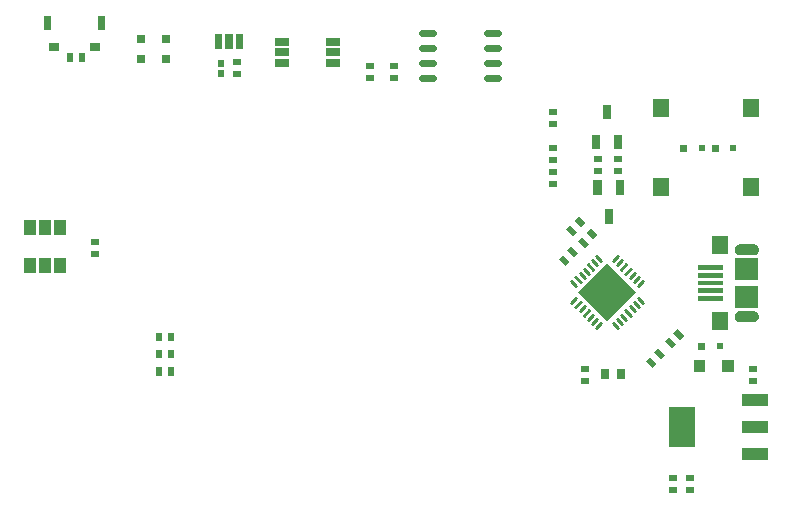
<source format=gtp>
G04 Layer: TopPasteMaskLayer*
G04 EasyEDA v6.4.17, 2021-08-18T09:55:10--4:00*
G04 6e8a5ac20ec34cd9bcedad4da788ba3a,10*
G04 Gerber Generator version 0.2*
G04 Scale: 100 percent, Rotated: No, Reflected: No *
G04 Dimensions in millimeters *
G04 leading zeros omitted , absolute positions ,4 integer and 5 decimal *
%FSLAX45Y45*%
%MOMM*%

%ADD19C,0.6000*%
%ADD20C,0.2800*%
%ADD24R,0.8000X0.9000*%
%ADD25R,0.9000X0.8000*%
%ADD28R,0.8000X0.5000*%
%ADD29R,0.8000X0.8000*%
%ADD34R,1.2700X0.6350*%
%ADD35R,0.6000X0.6000*%
%ADD36R,0.5000X0.8000*%
%ADD37R,1.4000X1.5000*%
%ADD38R,2.2000X3.5000*%
%ADD39R,2.2000X1.1000*%
%ADD42R,0.7000X1.2500*%

%LPD*%
G36*
X2916986Y9666528D02*
G01*
X2913024Y9662515D01*
X2913024Y9612426D01*
X2916986Y9608464D01*
X2963011Y9608464D01*
X2967024Y9612426D01*
X2967024Y9662515D01*
X2963011Y9666528D01*
G37*
G36*
X2916986Y9751568D02*
G01*
X2913024Y9747554D01*
X2913024Y9697516D01*
X2916986Y9693503D01*
X2963011Y9693503D01*
X2967024Y9697516D01*
X2967024Y9747554D01*
X2963011Y9751568D01*
G37*
G36*
X7101535Y8256320D02*
G01*
X7101535Y8106359D01*
X7231532Y8106359D01*
X7231532Y8256320D01*
G37*
G36*
X6981494Y8011312D02*
G01*
X6981494Y7971281D01*
X7191502Y7971281D01*
X7191502Y8011312D01*
G37*
G36*
X6981494Y7946288D02*
G01*
X6981494Y7906308D01*
X7191502Y7906308D01*
X7191502Y7946288D01*
G37*
G36*
X6981494Y7881315D02*
G01*
X6981494Y7841284D01*
X7191502Y7841284D01*
X7191502Y7881315D01*
G37*
G36*
X6981494Y7816291D02*
G01*
X6981494Y7776311D01*
X7191502Y7776311D01*
X7191502Y7816291D01*
G37*
G36*
X6981494Y7751318D02*
G01*
X6981494Y7711287D01*
X7191502Y7711287D01*
X7191502Y7751318D01*
G37*
G36*
X7101535Y7616240D02*
G01*
X7101535Y7466279D01*
X7231532Y7466279D01*
X7231532Y7616240D01*
G37*
G36*
X7296505Y7836306D02*
G01*
X7296505Y7646314D01*
X7486497Y7646314D01*
X7486497Y7836306D01*
G37*
G36*
X7296505Y8076285D02*
G01*
X7296505Y7886293D01*
X7486497Y7886293D01*
X7486497Y8076285D01*
G37*
G36*
X7336485Y8191296D02*
G01*
X7330287Y8190890D01*
X7324191Y8189671D01*
X7318349Y8187690D01*
X7312761Y8184946D01*
X7307580Y8181492D01*
X7302906Y8177377D01*
X7300772Y8175142D01*
X7297013Y8170164D01*
X7293914Y8164830D01*
X7291527Y8159089D01*
X7289901Y8153044D01*
X7289088Y8146897D01*
X7289088Y8140700D01*
X7289901Y8134553D01*
X7291527Y8128508D01*
X7293914Y8122767D01*
X7297013Y8117433D01*
X7300772Y8112455D01*
X7305192Y8108086D01*
X7310120Y8104327D01*
X7315504Y8101177D01*
X7321245Y8098840D01*
X7327239Y8097215D01*
X7333386Y8096402D01*
X7446518Y8096300D01*
X7452715Y8096707D01*
X7458811Y8097926D01*
X7464704Y8099907D01*
X7470241Y8102650D01*
X7475423Y8106105D01*
X7480096Y8110220D01*
X7484211Y8114893D01*
X7487666Y8120024D01*
X7490409Y8125612D01*
X7492390Y8131505D01*
X7493609Y8137601D01*
X7494016Y8143798D01*
X7493609Y8149996D01*
X7492390Y8156092D01*
X7490409Y8161985D01*
X7487666Y8167573D01*
X7484211Y8172703D01*
X7480096Y8177377D01*
X7475423Y8181492D01*
X7470241Y8184946D01*
X7464704Y8187690D01*
X7458811Y8189671D01*
X7452715Y8190890D01*
X7446518Y8191296D01*
G37*
G36*
X7336485Y7626299D02*
G01*
X7330287Y7625892D01*
X7324191Y7624673D01*
X7318349Y7622692D01*
X7312761Y7619949D01*
X7307580Y7616494D01*
X7302906Y7612380D01*
X7300772Y7610144D01*
X7297013Y7605166D01*
X7293914Y7599832D01*
X7291527Y7594092D01*
X7289901Y7588046D01*
X7289088Y7581900D01*
X7289088Y7575702D01*
X7289901Y7569555D01*
X7291527Y7563510D01*
X7293914Y7557770D01*
X7297013Y7552436D01*
X7300772Y7547457D01*
X7305192Y7543088D01*
X7310120Y7539329D01*
X7315504Y7536180D01*
X7321245Y7533843D01*
X7327239Y7532217D01*
X7333386Y7531404D01*
X7446518Y7531303D01*
X7452715Y7531709D01*
X7458811Y7532928D01*
X7464704Y7534909D01*
X7470241Y7537653D01*
X7475423Y7541107D01*
X7480096Y7545222D01*
X7484211Y7549896D01*
X7487666Y7555026D01*
X7490409Y7560614D01*
X7492390Y7566507D01*
X7493609Y7572603D01*
X7494016Y7578801D01*
X7493609Y7584998D01*
X7492390Y7591094D01*
X7490409Y7596987D01*
X7487666Y7602575D01*
X7484211Y7607706D01*
X7480096Y7612380D01*
X7475423Y7616494D01*
X7470241Y7619949D01*
X7464704Y7622692D01*
X7458811Y7624673D01*
X7452715Y7625892D01*
X7446518Y7626299D01*
G37*
D19*
X4737712Y9982200D02*
G01*
X4645708Y9982200D01*
X4737712Y9855200D02*
G01*
X4645708Y9855200D01*
X4737712Y9728200D02*
G01*
X4645708Y9728200D01*
X4737712Y9601200D02*
G01*
X4645708Y9601200D01*
X5285691Y9982200D02*
G01*
X5193690Y9982200D01*
X5285691Y9855200D02*
G01*
X5193690Y9855200D01*
X5285691Y9728200D02*
G01*
X5193690Y9728200D01*
X5285691Y9601200D02*
G01*
X5193690Y9601200D01*
D20*
X6515150Y7692567D02*
G01*
X6471310Y7736408D01*
X6479768Y7657185D02*
G01*
X6435928Y7701026D01*
X6444386Y7621803D02*
G01*
X6400545Y7665643D01*
X6409004Y7586421D02*
G01*
X6365163Y7630261D01*
X6373622Y7551038D02*
G01*
X6329781Y7594879D01*
X6338239Y7515656D02*
G01*
X6294399Y7559497D01*
X6302857Y7480274D02*
G01*
X6259017Y7524114D01*
X6161608Y7524089D02*
G01*
X6117767Y7480249D01*
X6126225Y7559471D02*
G01*
X6082385Y7515631D01*
X6090843Y7594854D02*
G01*
X6047003Y7551013D01*
X6055461Y7630236D02*
G01*
X6011621Y7586395D01*
X6020079Y7665618D02*
G01*
X5976238Y7621778D01*
X5984697Y7701000D02*
G01*
X5940856Y7657160D01*
X5949315Y7736382D02*
G01*
X5905474Y7692542D01*
X5949315Y7833817D02*
G01*
X5905474Y7877657D01*
X5984697Y7869199D02*
G01*
X5940856Y7913039D01*
X6020079Y7904581D02*
G01*
X5976238Y7948421D01*
X6055461Y7939963D02*
G01*
X6011621Y7983804D01*
X6090843Y7975345D02*
G01*
X6047003Y8019186D01*
X6126225Y8010728D02*
G01*
X6082385Y8054568D01*
X6161608Y8046110D02*
G01*
X6117767Y8089950D01*
X6302857Y8089925D02*
G01*
X6259017Y8046085D01*
X6338239Y8054543D02*
G01*
X6294399Y8010702D01*
X6373622Y8019161D02*
G01*
X6329781Y7975320D01*
X6409004Y7983778D02*
G01*
X6365163Y7939938D01*
X6444386Y7948396D02*
G01*
X6400545Y7904556D01*
X6479768Y7913014D02*
G01*
X6435928Y7869173D01*
X6515150Y7877632D02*
G01*
X6471310Y7833791D01*
D24*
G01*
X6190005Y7090003D03*
G01*
X6330010Y7090003D03*
D25*
G01*
X1870024Y9860051D03*
G01*
X1530045Y9860051D03*
G36*
X1900019Y10120071D02*
G01*
X1960018Y10120071D01*
X1960018Y10000071D01*
X1900019Y10000071D01*
G37*
G36*
X1440025Y10120071D02*
G01*
X1500024Y10120071D01*
X1500024Y10000071D01*
X1440025Y10000071D01*
G37*
G36*
X1272999Y8073504D02*
G01*
X1372999Y8073504D01*
X1372999Y7946504D01*
X1272999Y7946504D01*
G37*
G36*
X1399999Y8073504D02*
G01*
X1499999Y8073504D01*
X1499999Y7946504D01*
X1399999Y7946504D01*
G37*
G36*
X1526999Y8073504D02*
G01*
X1626999Y8073504D01*
X1626999Y7946504D01*
X1526999Y7946504D01*
G37*
G36*
X1526999Y8393503D02*
G01*
X1626999Y8393503D01*
X1626999Y8266503D01*
X1526999Y8266503D01*
G37*
G36*
X1399999Y8393503D02*
G01*
X1499999Y8393503D01*
X1499999Y8266503D01*
X1399999Y8266503D01*
G37*
G36*
X1272999Y8393503D02*
G01*
X1372999Y8393503D01*
X1372999Y8266503D01*
X1272999Y8266503D01*
G37*
D28*
G01*
X1869998Y8209991D03*
G01*
X1869998Y8109991D03*
D29*
G01*
X2476500Y9927589D03*
G01*
X2476500Y9757410D03*
G01*
X2260600Y9927589D03*
G01*
X2260600Y9757410D03*
G36*
X2889250Y9969500D02*
G01*
X2952750Y9969500D01*
X2952750Y9842500D01*
X2889250Y9842500D01*
G37*
G36*
X2978150Y9969500D02*
G01*
X3041650Y9969500D01*
X3041650Y9842500D01*
X2978150Y9842500D01*
G37*
G36*
X3067050Y9969500D02*
G01*
X3130550Y9969500D01*
X3130550Y9842500D01*
X3067050Y9842500D01*
G37*
D34*
G01*
X3454400Y9728200D03*
G01*
X3454400Y9817100D03*
G01*
X3454400Y9906000D03*
G01*
X3886200Y9906000D03*
G01*
X3886200Y9817100D03*
G01*
X3886200Y9728200D03*
G36*
X6829196Y9034299D02*
G01*
X6889196Y9034299D01*
X6889196Y8974300D01*
X6829196Y8974300D01*
G37*
D35*
G01*
X7009206Y9004300D03*
G01*
X7275906Y9004300D03*
G36*
X7095896Y9034299D02*
G01*
X7155896Y9034299D01*
X7155896Y8974300D01*
X7095896Y8974300D01*
G37*
G36*
X6981596Y7357899D02*
G01*
X7041596Y7357899D01*
X7041596Y7297900D01*
X6981596Y7297900D01*
G37*
G01*
X7161606Y7327900D03*
G36*
X5862294Y8319152D02*
G01*
X5897648Y8354507D01*
X5954217Y8297938D01*
X5918862Y8262584D01*
G37*
G36*
X5933005Y8389863D02*
G01*
X5968359Y8425218D01*
X6024928Y8368649D01*
X5989574Y8333295D01*
G37*
D28*
G01*
X6908800Y6109512D03*
G01*
X6908800Y6209512D03*
G01*
X5753100Y9003487D03*
G01*
X5753100Y8903487D03*
D36*
G01*
X2513787Y7264400D03*
G01*
X2413787Y7264400D03*
D28*
G01*
X5753100Y8800287D03*
G01*
X5753100Y8700287D03*
D37*
G01*
X7428484Y9347200D03*
G01*
X6668515Y9347200D03*
G01*
X7428484Y8674100D03*
G01*
X6668515Y8674100D03*
G36*
X6771195Y7437363D02*
G01*
X6806549Y7472718D01*
X6863118Y7416149D01*
X6827763Y7380795D01*
G37*
G36*
X6700484Y7366652D02*
G01*
X6735838Y7402007D01*
X6792407Y7345438D01*
X6757052Y7310084D01*
G37*
D38*
G01*
X6840220Y6642100D03*
D39*
G01*
X7459979Y6872096D03*
G01*
X7459979Y6642100D03*
G01*
X7459979Y6412103D03*
G36*
X6606095Y7272263D02*
G01*
X6641449Y7307618D01*
X6698018Y7251049D01*
X6662663Y7215695D01*
G37*
G36*
X6535384Y7201552D02*
G01*
X6570738Y7236907D01*
X6627307Y7180338D01*
X6591952Y7144984D01*
G37*
G36*
X6942000Y7212799D02*
G01*
X7042000Y7212799D01*
X7042000Y7112800D01*
X6942000Y7112800D01*
G37*
G36*
X7181999Y7212799D02*
G01*
X7281999Y7212799D01*
X7281999Y7112800D01*
X7181999Y7112800D01*
G37*
G36*
X6457807Y7785089D02*
G01*
X6210317Y7537599D01*
X5962830Y7785089D01*
X6210317Y8032577D01*
G37*
G36*
X2488801Y7151999D02*
G01*
X2538801Y7151999D01*
X2538801Y7072000D01*
X2488801Y7072000D01*
G37*
G36*
X2388801Y7151999D02*
G01*
X2438801Y7151999D01*
X2438801Y7072000D01*
X2388801Y7072000D01*
G37*
G36*
X6055804Y8196336D02*
G01*
X6020450Y8160981D01*
X5963881Y8217550D01*
X5999236Y8252904D01*
G37*
G36*
X6126515Y8267047D02*
G01*
X6091161Y8231692D01*
X6034592Y8288261D01*
X6069947Y8323615D01*
G37*
D28*
G01*
X5753100Y9308312D03*
G01*
X5753100Y9208312D03*
G36*
X1735002Y9810005D02*
G01*
X1785002Y9810005D01*
X1785002Y9730005D01*
X1735002Y9730005D01*
G37*
G36*
X1635003Y9810005D02*
G01*
X1685002Y9810005D01*
X1685002Y9730005D01*
X1635003Y9730005D01*
G37*
D36*
G01*
X2413787Y7404100D03*
G01*
X2513787Y7404100D03*
D28*
G01*
X4406900Y9702012D03*
G01*
X4406900Y9602012D03*
G01*
X4203700Y9702012D03*
G01*
X4203700Y9602012D03*
G36*
X5869495Y8135863D02*
G01*
X5904849Y8171218D01*
X5961418Y8114649D01*
X5926063Y8079295D01*
G37*
G36*
X5798784Y8065152D02*
G01*
X5834138Y8100507D01*
X5890707Y8043938D01*
X5855352Y8008584D01*
G37*
G01*
X6134100Y8914612D03*
G01*
X6134100Y8814612D03*
G01*
X6299200Y8814587D03*
G01*
X6299200Y8914587D03*
G01*
X3080004Y9630003D03*
G01*
X3080004Y9730003D03*
G36*
X6187998Y8484631D02*
G01*
X6258001Y8484631D01*
X6258001Y8359632D01*
X6187998Y8359632D01*
G37*
G36*
X6093002Y8734567D02*
G01*
X6163005Y8734567D01*
X6163005Y8609568D01*
X6093002Y8609568D01*
G37*
G36*
X6282994Y8734567D02*
G01*
X6352997Y8734567D01*
X6352997Y8609568D01*
X6282994Y8609568D01*
G37*
D42*
G01*
X6210300Y9307068D03*
G01*
X6305295Y9057131D03*
G01*
X6115304Y9057131D03*
D28*
G01*
X6019800Y7136587D03*
G01*
X6019800Y7036587D03*
G01*
X7442200Y7136587D03*
G01*
X7442200Y7036587D03*
G01*
X6769100Y6109512D03*
G01*
X6769100Y6209512D03*
M02*

</source>
